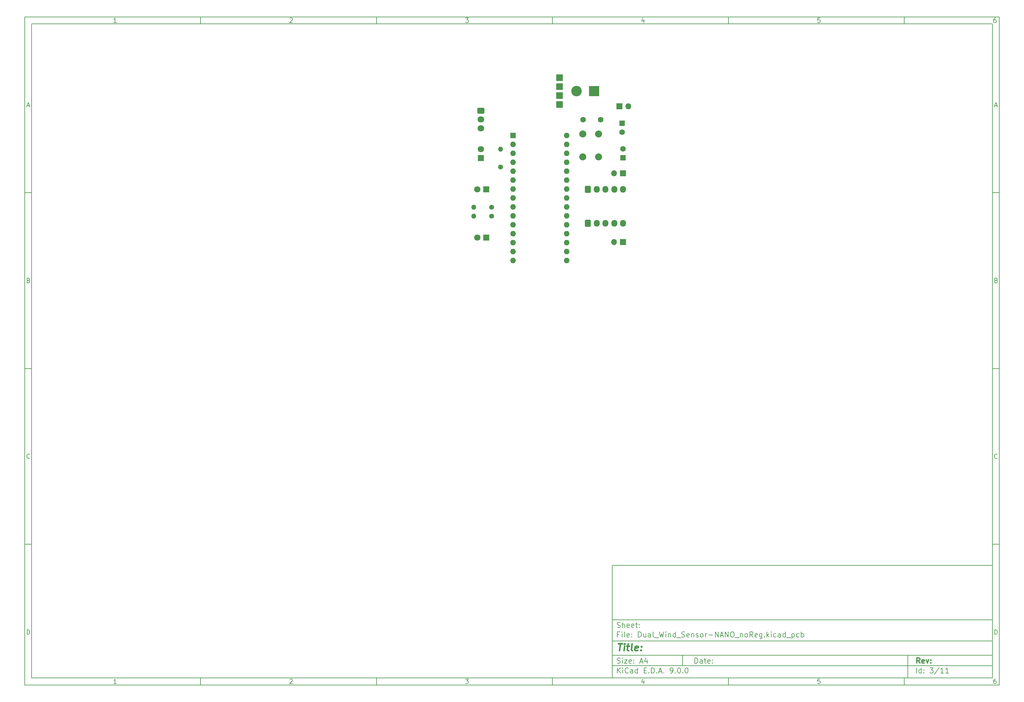
<source format=gbr>
%TF.GenerationSoftware,KiCad,Pcbnew,9.0.0*%
%TF.CreationDate,2025-05-27T12:16:38+03:00*%
%TF.ProjectId,Dual_Wind_Sensor-NANO_noReg,4475616c-5f57-4696-9e64-5f53656e736f,rev?*%
%TF.SameCoordinates,Original*%
%TF.FileFunction,Copper,L3,Inr*%
%TF.FilePolarity,Positive*%
%FSLAX46Y46*%
G04 Gerber Fmt 4.6, Leading zero omitted, Abs format (unit mm)*
G04 Created by KiCad (PCBNEW 9.0.0) date 2025-05-27 12:16:38*
%MOMM*%
%LPD*%
G01*
G04 APERTURE LIST*
G04 Aperture macros list*
%AMRoundRect*
0 Rectangle with rounded corners*
0 $1 Rounding radius*
0 $2 $3 $4 $5 $6 $7 $8 $9 X,Y pos of 4 corners*
0 Add a 4 corners polygon primitive as box body*
4,1,4,$2,$3,$4,$5,$6,$7,$8,$9,$2,$3,0*
0 Add four circle primitives for the rounded corners*
1,1,$1+$1,$2,$3*
1,1,$1+$1,$4,$5*
1,1,$1+$1,$6,$7*
1,1,$1+$1,$8,$9*
0 Add four rect primitives between the rounded corners*
20,1,$1+$1,$2,$3,$4,$5,0*
20,1,$1+$1,$4,$5,$6,$7,0*
20,1,$1+$1,$6,$7,$8,$9,0*
20,1,$1+$1,$8,$9,$2,$3,0*%
G04 Aperture macros list end*
%ADD10C,0.100000*%
%ADD11C,0.150000*%
%ADD12C,0.300000*%
%ADD13C,0.400000*%
%TA.AperFunction,ComponentPad*%
%ADD14R,1.930400X1.930400*%
%TD*%
%TA.AperFunction,ComponentPad*%
%ADD15O,1.700000X1.950000*%
%TD*%
%TA.AperFunction,ComponentPad*%
%ADD16RoundRect,0.250000X-0.600000X-0.725000X0.600000X-0.725000X0.600000X0.725000X-0.600000X0.725000X0*%
%TD*%
%TA.AperFunction,ComponentPad*%
%ADD17O,1.700000X1.700000*%
%TD*%
%TA.AperFunction,ComponentPad*%
%ADD18R,1.700000X1.700000*%
%TD*%
%TA.AperFunction,ComponentPad*%
%ADD19R,3.000000X3.000000*%
%TD*%
%TA.AperFunction,ComponentPad*%
%ADD20C,3.000000*%
%TD*%
%TA.AperFunction,ComponentPad*%
%ADD21C,2.000000*%
%TD*%
%TA.AperFunction,ComponentPad*%
%ADD22O,1.400000X1.400000*%
%TD*%
%TA.AperFunction,ComponentPad*%
%ADD23C,1.400000*%
%TD*%
%TA.AperFunction,ComponentPad*%
%ADD24O,1.600000X1.600000*%
%TD*%
%TA.AperFunction,ComponentPad*%
%ADD25R,1.600000X1.600000*%
%TD*%
%TA.AperFunction,ComponentPad*%
%ADD26R,1.800000X1.800000*%
%TD*%
%TA.AperFunction,ComponentPad*%
%ADD27C,1.800000*%
%TD*%
%TA.AperFunction,ComponentPad*%
%ADD28C,1.600000*%
%TD*%
%TA.AperFunction,ComponentPad*%
%ADD29RoundRect,0.250000X-0.725000X0.600000X-0.725000X-0.600000X0.725000X-0.600000X0.725000X0.600000X0*%
%TD*%
%TA.AperFunction,ComponentPad*%
%ADD30O,1.950000X1.700000*%
%TD*%
G04 APERTURE END LIST*
D10*
D11*
X177002200Y-166007200D02*
X285002200Y-166007200D01*
X285002200Y-198007200D01*
X177002200Y-198007200D01*
X177002200Y-166007200D01*
D10*
D11*
X10000000Y-10000000D02*
X287002200Y-10000000D01*
X287002200Y-200007200D01*
X10000000Y-200007200D01*
X10000000Y-10000000D01*
D10*
D11*
X12000000Y-12000000D02*
X285002200Y-12000000D01*
X285002200Y-198007200D01*
X12000000Y-198007200D01*
X12000000Y-12000000D01*
D10*
D11*
X60000000Y-12000000D02*
X60000000Y-10000000D01*
D10*
D11*
X110000000Y-12000000D02*
X110000000Y-10000000D01*
D10*
D11*
X160000000Y-12000000D02*
X160000000Y-10000000D01*
D10*
D11*
X210000000Y-12000000D02*
X210000000Y-10000000D01*
D10*
D11*
X260000000Y-12000000D02*
X260000000Y-10000000D01*
D10*
D11*
X36089160Y-11593604D02*
X35346303Y-11593604D01*
X35717731Y-11593604D02*
X35717731Y-10293604D01*
X35717731Y-10293604D02*
X35593922Y-10479319D01*
X35593922Y-10479319D02*
X35470112Y-10603128D01*
X35470112Y-10603128D02*
X35346303Y-10665033D01*
D10*
D11*
X85346303Y-10417414D02*
X85408207Y-10355509D01*
X85408207Y-10355509D02*
X85532017Y-10293604D01*
X85532017Y-10293604D02*
X85841541Y-10293604D01*
X85841541Y-10293604D02*
X85965350Y-10355509D01*
X85965350Y-10355509D02*
X86027255Y-10417414D01*
X86027255Y-10417414D02*
X86089160Y-10541223D01*
X86089160Y-10541223D02*
X86089160Y-10665033D01*
X86089160Y-10665033D02*
X86027255Y-10850747D01*
X86027255Y-10850747D02*
X85284398Y-11593604D01*
X85284398Y-11593604D02*
X86089160Y-11593604D01*
D10*
D11*
X135284398Y-10293604D02*
X136089160Y-10293604D01*
X136089160Y-10293604D02*
X135655826Y-10788842D01*
X135655826Y-10788842D02*
X135841541Y-10788842D01*
X135841541Y-10788842D02*
X135965350Y-10850747D01*
X135965350Y-10850747D02*
X136027255Y-10912652D01*
X136027255Y-10912652D02*
X136089160Y-11036461D01*
X136089160Y-11036461D02*
X136089160Y-11345985D01*
X136089160Y-11345985D02*
X136027255Y-11469795D01*
X136027255Y-11469795D02*
X135965350Y-11531700D01*
X135965350Y-11531700D02*
X135841541Y-11593604D01*
X135841541Y-11593604D02*
X135470112Y-11593604D01*
X135470112Y-11593604D02*
X135346303Y-11531700D01*
X135346303Y-11531700D02*
X135284398Y-11469795D01*
D10*
D11*
X185965350Y-10726938D02*
X185965350Y-11593604D01*
X185655826Y-10231700D02*
X185346303Y-11160271D01*
X185346303Y-11160271D02*
X186151064Y-11160271D01*
D10*
D11*
X236027255Y-10293604D02*
X235408207Y-10293604D01*
X235408207Y-10293604D02*
X235346303Y-10912652D01*
X235346303Y-10912652D02*
X235408207Y-10850747D01*
X235408207Y-10850747D02*
X235532017Y-10788842D01*
X235532017Y-10788842D02*
X235841541Y-10788842D01*
X235841541Y-10788842D02*
X235965350Y-10850747D01*
X235965350Y-10850747D02*
X236027255Y-10912652D01*
X236027255Y-10912652D02*
X236089160Y-11036461D01*
X236089160Y-11036461D02*
X236089160Y-11345985D01*
X236089160Y-11345985D02*
X236027255Y-11469795D01*
X236027255Y-11469795D02*
X235965350Y-11531700D01*
X235965350Y-11531700D02*
X235841541Y-11593604D01*
X235841541Y-11593604D02*
X235532017Y-11593604D01*
X235532017Y-11593604D02*
X235408207Y-11531700D01*
X235408207Y-11531700D02*
X235346303Y-11469795D01*
D10*
D11*
X285965350Y-10293604D02*
X285717731Y-10293604D01*
X285717731Y-10293604D02*
X285593922Y-10355509D01*
X285593922Y-10355509D02*
X285532017Y-10417414D01*
X285532017Y-10417414D02*
X285408207Y-10603128D01*
X285408207Y-10603128D02*
X285346303Y-10850747D01*
X285346303Y-10850747D02*
X285346303Y-11345985D01*
X285346303Y-11345985D02*
X285408207Y-11469795D01*
X285408207Y-11469795D02*
X285470112Y-11531700D01*
X285470112Y-11531700D02*
X285593922Y-11593604D01*
X285593922Y-11593604D02*
X285841541Y-11593604D01*
X285841541Y-11593604D02*
X285965350Y-11531700D01*
X285965350Y-11531700D02*
X286027255Y-11469795D01*
X286027255Y-11469795D02*
X286089160Y-11345985D01*
X286089160Y-11345985D02*
X286089160Y-11036461D01*
X286089160Y-11036461D02*
X286027255Y-10912652D01*
X286027255Y-10912652D02*
X285965350Y-10850747D01*
X285965350Y-10850747D02*
X285841541Y-10788842D01*
X285841541Y-10788842D02*
X285593922Y-10788842D01*
X285593922Y-10788842D02*
X285470112Y-10850747D01*
X285470112Y-10850747D02*
X285408207Y-10912652D01*
X285408207Y-10912652D02*
X285346303Y-11036461D01*
D10*
D11*
X60000000Y-198007200D02*
X60000000Y-200007200D01*
D10*
D11*
X110000000Y-198007200D02*
X110000000Y-200007200D01*
D10*
D11*
X160000000Y-198007200D02*
X160000000Y-200007200D01*
D10*
D11*
X210000000Y-198007200D02*
X210000000Y-200007200D01*
D10*
D11*
X260000000Y-198007200D02*
X260000000Y-200007200D01*
D10*
D11*
X36089160Y-199600804D02*
X35346303Y-199600804D01*
X35717731Y-199600804D02*
X35717731Y-198300804D01*
X35717731Y-198300804D02*
X35593922Y-198486519D01*
X35593922Y-198486519D02*
X35470112Y-198610328D01*
X35470112Y-198610328D02*
X35346303Y-198672233D01*
D10*
D11*
X85346303Y-198424614D02*
X85408207Y-198362709D01*
X85408207Y-198362709D02*
X85532017Y-198300804D01*
X85532017Y-198300804D02*
X85841541Y-198300804D01*
X85841541Y-198300804D02*
X85965350Y-198362709D01*
X85965350Y-198362709D02*
X86027255Y-198424614D01*
X86027255Y-198424614D02*
X86089160Y-198548423D01*
X86089160Y-198548423D02*
X86089160Y-198672233D01*
X86089160Y-198672233D02*
X86027255Y-198857947D01*
X86027255Y-198857947D02*
X85284398Y-199600804D01*
X85284398Y-199600804D02*
X86089160Y-199600804D01*
D10*
D11*
X135284398Y-198300804D02*
X136089160Y-198300804D01*
X136089160Y-198300804D02*
X135655826Y-198796042D01*
X135655826Y-198796042D02*
X135841541Y-198796042D01*
X135841541Y-198796042D02*
X135965350Y-198857947D01*
X135965350Y-198857947D02*
X136027255Y-198919852D01*
X136027255Y-198919852D02*
X136089160Y-199043661D01*
X136089160Y-199043661D02*
X136089160Y-199353185D01*
X136089160Y-199353185D02*
X136027255Y-199476995D01*
X136027255Y-199476995D02*
X135965350Y-199538900D01*
X135965350Y-199538900D02*
X135841541Y-199600804D01*
X135841541Y-199600804D02*
X135470112Y-199600804D01*
X135470112Y-199600804D02*
X135346303Y-199538900D01*
X135346303Y-199538900D02*
X135284398Y-199476995D01*
D10*
D11*
X185965350Y-198734138D02*
X185965350Y-199600804D01*
X185655826Y-198238900D02*
X185346303Y-199167471D01*
X185346303Y-199167471D02*
X186151064Y-199167471D01*
D10*
D11*
X236027255Y-198300804D02*
X235408207Y-198300804D01*
X235408207Y-198300804D02*
X235346303Y-198919852D01*
X235346303Y-198919852D02*
X235408207Y-198857947D01*
X235408207Y-198857947D02*
X235532017Y-198796042D01*
X235532017Y-198796042D02*
X235841541Y-198796042D01*
X235841541Y-198796042D02*
X235965350Y-198857947D01*
X235965350Y-198857947D02*
X236027255Y-198919852D01*
X236027255Y-198919852D02*
X236089160Y-199043661D01*
X236089160Y-199043661D02*
X236089160Y-199353185D01*
X236089160Y-199353185D02*
X236027255Y-199476995D01*
X236027255Y-199476995D02*
X235965350Y-199538900D01*
X235965350Y-199538900D02*
X235841541Y-199600804D01*
X235841541Y-199600804D02*
X235532017Y-199600804D01*
X235532017Y-199600804D02*
X235408207Y-199538900D01*
X235408207Y-199538900D02*
X235346303Y-199476995D01*
D10*
D11*
X285965350Y-198300804D02*
X285717731Y-198300804D01*
X285717731Y-198300804D02*
X285593922Y-198362709D01*
X285593922Y-198362709D02*
X285532017Y-198424614D01*
X285532017Y-198424614D02*
X285408207Y-198610328D01*
X285408207Y-198610328D02*
X285346303Y-198857947D01*
X285346303Y-198857947D02*
X285346303Y-199353185D01*
X285346303Y-199353185D02*
X285408207Y-199476995D01*
X285408207Y-199476995D02*
X285470112Y-199538900D01*
X285470112Y-199538900D02*
X285593922Y-199600804D01*
X285593922Y-199600804D02*
X285841541Y-199600804D01*
X285841541Y-199600804D02*
X285965350Y-199538900D01*
X285965350Y-199538900D02*
X286027255Y-199476995D01*
X286027255Y-199476995D02*
X286089160Y-199353185D01*
X286089160Y-199353185D02*
X286089160Y-199043661D01*
X286089160Y-199043661D02*
X286027255Y-198919852D01*
X286027255Y-198919852D02*
X285965350Y-198857947D01*
X285965350Y-198857947D02*
X285841541Y-198796042D01*
X285841541Y-198796042D02*
X285593922Y-198796042D01*
X285593922Y-198796042D02*
X285470112Y-198857947D01*
X285470112Y-198857947D02*
X285408207Y-198919852D01*
X285408207Y-198919852D02*
X285346303Y-199043661D01*
D10*
D11*
X10000000Y-60000000D02*
X12000000Y-60000000D01*
D10*
D11*
X10000000Y-110000000D02*
X12000000Y-110000000D01*
D10*
D11*
X10000000Y-160000000D02*
X12000000Y-160000000D01*
D10*
D11*
X10690476Y-35222176D02*
X11309523Y-35222176D01*
X10566666Y-35593604D02*
X10999999Y-34293604D01*
X10999999Y-34293604D02*
X11433333Y-35593604D01*
D10*
D11*
X11092857Y-84912652D02*
X11278571Y-84974557D01*
X11278571Y-84974557D02*
X11340476Y-85036461D01*
X11340476Y-85036461D02*
X11402380Y-85160271D01*
X11402380Y-85160271D02*
X11402380Y-85345985D01*
X11402380Y-85345985D02*
X11340476Y-85469795D01*
X11340476Y-85469795D02*
X11278571Y-85531700D01*
X11278571Y-85531700D02*
X11154761Y-85593604D01*
X11154761Y-85593604D02*
X10659523Y-85593604D01*
X10659523Y-85593604D02*
X10659523Y-84293604D01*
X10659523Y-84293604D02*
X11092857Y-84293604D01*
X11092857Y-84293604D02*
X11216666Y-84355509D01*
X11216666Y-84355509D02*
X11278571Y-84417414D01*
X11278571Y-84417414D02*
X11340476Y-84541223D01*
X11340476Y-84541223D02*
X11340476Y-84665033D01*
X11340476Y-84665033D02*
X11278571Y-84788842D01*
X11278571Y-84788842D02*
X11216666Y-84850747D01*
X11216666Y-84850747D02*
X11092857Y-84912652D01*
X11092857Y-84912652D02*
X10659523Y-84912652D01*
D10*
D11*
X11402380Y-135469795D02*
X11340476Y-135531700D01*
X11340476Y-135531700D02*
X11154761Y-135593604D01*
X11154761Y-135593604D02*
X11030952Y-135593604D01*
X11030952Y-135593604D02*
X10845238Y-135531700D01*
X10845238Y-135531700D02*
X10721428Y-135407890D01*
X10721428Y-135407890D02*
X10659523Y-135284080D01*
X10659523Y-135284080D02*
X10597619Y-135036461D01*
X10597619Y-135036461D02*
X10597619Y-134850747D01*
X10597619Y-134850747D02*
X10659523Y-134603128D01*
X10659523Y-134603128D02*
X10721428Y-134479319D01*
X10721428Y-134479319D02*
X10845238Y-134355509D01*
X10845238Y-134355509D02*
X11030952Y-134293604D01*
X11030952Y-134293604D02*
X11154761Y-134293604D01*
X11154761Y-134293604D02*
X11340476Y-134355509D01*
X11340476Y-134355509D02*
X11402380Y-134417414D01*
D10*
D11*
X10659523Y-185593604D02*
X10659523Y-184293604D01*
X10659523Y-184293604D02*
X10969047Y-184293604D01*
X10969047Y-184293604D02*
X11154761Y-184355509D01*
X11154761Y-184355509D02*
X11278571Y-184479319D01*
X11278571Y-184479319D02*
X11340476Y-184603128D01*
X11340476Y-184603128D02*
X11402380Y-184850747D01*
X11402380Y-184850747D02*
X11402380Y-185036461D01*
X11402380Y-185036461D02*
X11340476Y-185284080D01*
X11340476Y-185284080D02*
X11278571Y-185407890D01*
X11278571Y-185407890D02*
X11154761Y-185531700D01*
X11154761Y-185531700D02*
X10969047Y-185593604D01*
X10969047Y-185593604D02*
X10659523Y-185593604D01*
D10*
D11*
X287002200Y-60000000D02*
X285002200Y-60000000D01*
D10*
D11*
X287002200Y-110000000D02*
X285002200Y-110000000D01*
D10*
D11*
X287002200Y-160000000D02*
X285002200Y-160000000D01*
D10*
D11*
X285692676Y-35222176D02*
X286311723Y-35222176D01*
X285568866Y-35593604D02*
X286002199Y-34293604D01*
X286002199Y-34293604D02*
X286435533Y-35593604D01*
D10*
D11*
X286095057Y-84912652D02*
X286280771Y-84974557D01*
X286280771Y-84974557D02*
X286342676Y-85036461D01*
X286342676Y-85036461D02*
X286404580Y-85160271D01*
X286404580Y-85160271D02*
X286404580Y-85345985D01*
X286404580Y-85345985D02*
X286342676Y-85469795D01*
X286342676Y-85469795D02*
X286280771Y-85531700D01*
X286280771Y-85531700D02*
X286156961Y-85593604D01*
X286156961Y-85593604D02*
X285661723Y-85593604D01*
X285661723Y-85593604D02*
X285661723Y-84293604D01*
X285661723Y-84293604D02*
X286095057Y-84293604D01*
X286095057Y-84293604D02*
X286218866Y-84355509D01*
X286218866Y-84355509D02*
X286280771Y-84417414D01*
X286280771Y-84417414D02*
X286342676Y-84541223D01*
X286342676Y-84541223D02*
X286342676Y-84665033D01*
X286342676Y-84665033D02*
X286280771Y-84788842D01*
X286280771Y-84788842D02*
X286218866Y-84850747D01*
X286218866Y-84850747D02*
X286095057Y-84912652D01*
X286095057Y-84912652D02*
X285661723Y-84912652D01*
D10*
D11*
X286404580Y-135469795D02*
X286342676Y-135531700D01*
X286342676Y-135531700D02*
X286156961Y-135593604D01*
X286156961Y-135593604D02*
X286033152Y-135593604D01*
X286033152Y-135593604D02*
X285847438Y-135531700D01*
X285847438Y-135531700D02*
X285723628Y-135407890D01*
X285723628Y-135407890D02*
X285661723Y-135284080D01*
X285661723Y-135284080D02*
X285599819Y-135036461D01*
X285599819Y-135036461D02*
X285599819Y-134850747D01*
X285599819Y-134850747D02*
X285661723Y-134603128D01*
X285661723Y-134603128D02*
X285723628Y-134479319D01*
X285723628Y-134479319D02*
X285847438Y-134355509D01*
X285847438Y-134355509D02*
X286033152Y-134293604D01*
X286033152Y-134293604D02*
X286156961Y-134293604D01*
X286156961Y-134293604D02*
X286342676Y-134355509D01*
X286342676Y-134355509D02*
X286404580Y-134417414D01*
D10*
D11*
X285661723Y-185593604D02*
X285661723Y-184293604D01*
X285661723Y-184293604D02*
X285971247Y-184293604D01*
X285971247Y-184293604D02*
X286156961Y-184355509D01*
X286156961Y-184355509D02*
X286280771Y-184479319D01*
X286280771Y-184479319D02*
X286342676Y-184603128D01*
X286342676Y-184603128D02*
X286404580Y-184850747D01*
X286404580Y-184850747D02*
X286404580Y-185036461D01*
X286404580Y-185036461D02*
X286342676Y-185284080D01*
X286342676Y-185284080D02*
X286280771Y-185407890D01*
X286280771Y-185407890D02*
X286156961Y-185531700D01*
X286156961Y-185531700D02*
X285971247Y-185593604D01*
X285971247Y-185593604D02*
X285661723Y-185593604D01*
D10*
D11*
X200458026Y-193793328D02*
X200458026Y-192293328D01*
X200458026Y-192293328D02*
X200815169Y-192293328D01*
X200815169Y-192293328D02*
X201029455Y-192364757D01*
X201029455Y-192364757D02*
X201172312Y-192507614D01*
X201172312Y-192507614D02*
X201243741Y-192650471D01*
X201243741Y-192650471D02*
X201315169Y-192936185D01*
X201315169Y-192936185D02*
X201315169Y-193150471D01*
X201315169Y-193150471D02*
X201243741Y-193436185D01*
X201243741Y-193436185D02*
X201172312Y-193579042D01*
X201172312Y-193579042D02*
X201029455Y-193721900D01*
X201029455Y-193721900D02*
X200815169Y-193793328D01*
X200815169Y-193793328D02*
X200458026Y-193793328D01*
X202600884Y-193793328D02*
X202600884Y-193007614D01*
X202600884Y-193007614D02*
X202529455Y-192864757D01*
X202529455Y-192864757D02*
X202386598Y-192793328D01*
X202386598Y-192793328D02*
X202100884Y-192793328D01*
X202100884Y-192793328D02*
X201958026Y-192864757D01*
X202600884Y-193721900D02*
X202458026Y-193793328D01*
X202458026Y-193793328D02*
X202100884Y-193793328D01*
X202100884Y-193793328D02*
X201958026Y-193721900D01*
X201958026Y-193721900D02*
X201886598Y-193579042D01*
X201886598Y-193579042D02*
X201886598Y-193436185D01*
X201886598Y-193436185D02*
X201958026Y-193293328D01*
X201958026Y-193293328D02*
X202100884Y-193221900D01*
X202100884Y-193221900D02*
X202458026Y-193221900D01*
X202458026Y-193221900D02*
X202600884Y-193150471D01*
X203100884Y-192793328D02*
X203672312Y-192793328D01*
X203315169Y-192293328D02*
X203315169Y-193579042D01*
X203315169Y-193579042D02*
X203386598Y-193721900D01*
X203386598Y-193721900D02*
X203529455Y-193793328D01*
X203529455Y-193793328D02*
X203672312Y-193793328D01*
X204743741Y-193721900D02*
X204600884Y-193793328D01*
X204600884Y-193793328D02*
X204315170Y-193793328D01*
X204315170Y-193793328D02*
X204172312Y-193721900D01*
X204172312Y-193721900D02*
X204100884Y-193579042D01*
X204100884Y-193579042D02*
X204100884Y-193007614D01*
X204100884Y-193007614D02*
X204172312Y-192864757D01*
X204172312Y-192864757D02*
X204315170Y-192793328D01*
X204315170Y-192793328D02*
X204600884Y-192793328D01*
X204600884Y-192793328D02*
X204743741Y-192864757D01*
X204743741Y-192864757D02*
X204815170Y-193007614D01*
X204815170Y-193007614D02*
X204815170Y-193150471D01*
X204815170Y-193150471D02*
X204100884Y-193293328D01*
X205458026Y-193650471D02*
X205529455Y-193721900D01*
X205529455Y-193721900D02*
X205458026Y-193793328D01*
X205458026Y-193793328D02*
X205386598Y-193721900D01*
X205386598Y-193721900D02*
X205458026Y-193650471D01*
X205458026Y-193650471D02*
X205458026Y-193793328D01*
X205458026Y-192864757D02*
X205529455Y-192936185D01*
X205529455Y-192936185D02*
X205458026Y-193007614D01*
X205458026Y-193007614D02*
X205386598Y-192936185D01*
X205386598Y-192936185D02*
X205458026Y-192864757D01*
X205458026Y-192864757D02*
X205458026Y-193007614D01*
D10*
D11*
X177002200Y-194507200D02*
X285002200Y-194507200D01*
D10*
D11*
X178458026Y-196593328D02*
X178458026Y-195093328D01*
X179315169Y-196593328D02*
X178672312Y-195736185D01*
X179315169Y-195093328D02*
X178458026Y-195950471D01*
X179958026Y-196593328D02*
X179958026Y-195593328D01*
X179958026Y-195093328D02*
X179886598Y-195164757D01*
X179886598Y-195164757D02*
X179958026Y-195236185D01*
X179958026Y-195236185D02*
X180029455Y-195164757D01*
X180029455Y-195164757D02*
X179958026Y-195093328D01*
X179958026Y-195093328D02*
X179958026Y-195236185D01*
X181529455Y-196450471D02*
X181458027Y-196521900D01*
X181458027Y-196521900D02*
X181243741Y-196593328D01*
X181243741Y-196593328D02*
X181100884Y-196593328D01*
X181100884Y-196593328D02*
X180886598Y-196521900D01*
X180886598Y-196521900D02*
X180743741Y-196379042D01*
X180743741Y-196379042D02*
X180672312Y-196236185D01*
X180672312Y-196236185D02*
X180600884Y-195950471D01*
X180600884Y-195950471D02*
X180600884Y-195736185D01*
X180600884Y-195736185D02*
X180672312Y-195450471D01*
X180672312Y-195450471D02*
X180743741Y-195307614D01*
X180743741Y-195307614D02*
X180886598Y-195164757D01*
X180886598Y-195164757D02*
X181100884Y-195093328D01*
X181100884Y-195093328D02*
X181243741Y-195093328D01*
X181243741Y-195093328D02*
X181458027Y-195164757D01*
X181458027Y-195164757D02*
X181529455Y-195236185D01*
X182815170Y-196593328D02*
X182815170Y-195807614D01*
X182815170Y-195807614D02*
X182743741Y-195664757D01*
X182743741Y-195664757D02*
X182600884Y-195593328D01*
X182600884Y-195593328D02*
X182315170Y-195593328D01*
X182315170Y-195593328D02*
X182172312Y-195664757D01*
X182815170Y-196521900D02*
X182672312Y-196593328D01*
X182672312Y-196593328D02*
X182315170Y-196593328D01*
X182315170Y-196593328D02*
X182172312Y-196521900D01*
X182172312Y-196521900D02*
X182100884Y-196379042D01*
X182100884Y-196379042D02*
X182100884Y-196236185D01*
X182100884Y-196236185D02*
X182172312Y-196093328D01*
X182172312Y-196093328D02*
X182315170Y-196021900D01*
X182315170Y-196021900D02*
X182672312Y-196021900D01*
X182672312Y-196021900D02*
X182815170Y-195950471D01*
X184172313Y-196593328D02*
X184172313Y-195093328D01*
X184172313Y-196521900D02*
X184029455Y-196593328D01*
X184029455Y-196593328D02*
X183743741Y-196593328D01*
X183743741Y-196593328D02*
X183600884Y-196521900D01*
X183600884Y-196521900D02*
X183529455Y-196450471D01*
X183529455Y-196450471D02*
X183458027Y-196307614D01*
X183458027Y-196307614D02*
X183458027Y-195879042D01*
X183458027Y-195879042D02*
X183529455Y-195736185D01*
X183529455Y-195736185D02*
X183600884Y-195664757D01*
X183600884Y-195664757D02*
X183743741Y-195593328D01*
X183743741Y-195593328D02*
X184029455Y-195593328D01*
X184029455Y-195593328D02*
X184172313Y-195664757D01*
X186029455Y-195807614D02*
X186529455Y-195807614D01*
X186743741Y-196593328D02*
X186029455Y-196593328D01*
X186029455Y-196593328D02*
X186029455Y-195093328D01*
X186029455Y-195093328D02*
X186743741Y-195093328D01*
X187386598Y-196450471D02*
X187458027Y-196521900D01*
X187458027Y-196521900D02*
X187386598Y-196593328D01*
X187386598Y-196593328D02*
X187315170Y-196521900D01*
X187315170Y-196521900D02*
X187386598Y-196450471D01*
X187386598Y-196450471D02*
X187386598Y-196593328D01*
X188100884Y-196593328D02*
X188100884Y-195093328D01*
X188100884Y-195093328D02*
X188458027Y-195093328D01*
X188458027Y-195093328D02*
X188672313Y-195164757D01*
X188672313Y-195164757D02*
X188815170Y-195307614D01*
X188815170Y-195307614D02*
X188886599Y-195450471D01*
X188886599Y-195450471D02*
X188958027Y-195736185D01*
X188958027Y-195736185D02*
X188958027Y-195950471D01*
X188958027Y-195950471D02*
X188886599Y-196236185D01*
X188886599Y-196236185D02*
X188815170Y-196379042D01*
X188815170Y-196379042D02*
X188672313Y-196521900D01*
X188672313Y-196521900D02*
X188458027Y-196593328D01*
X188458027Y-196593328D02*
X188100884Y-196593328D01*
X189600884Y-196450471D02*
X189672313Y-196521900D01*
X189672313Y-196521900D02*
X189600884Y-196593328D01*
X189600884Y-196593328D02*
X189529456Y-196521900D01*
X189529456Y-196521900D02*
X189600884Y-196450471D01*
X189600884Y-196450471D02*
X189600884Y-196593328D01*
X190243742Y-196164757D02*
X190958028Y-196164757D01*
X190100885Y-196593328D02*
X190600885Y-195093328D01*
X190600885Y-195093328D02*
X191100885Y-196593328D01*
X191600884Y-196450471D02*
X191672313Y-196521900D01*
X191672313Y-196521900D02*
X191600884Y-196593328D01*
X191600884Y-196593328D02*
X191529456Y-196521900D01*
X191529456Y-196521900D02*
X191600884Y-196450471D01*
X191600884Y-196450471D02*
X191600884Y-196593328D01*
X193529456Y-196593328D02*
X193815170Y-196593328D01*
X193815170Y-196593328D02*
X193958027Y-196521900D01*
X193958027Y-196521900D02*
X194029456Y-196450471D01*
X194029456Y-196450471D02*
X194172313Y-196236185D01*
X194172313Y-196236185D02*
X194243742Y-195950471D01*
X194243742Y-195950471D02*
X194243742Y-195379042D01*
X194243742Y-195379042D02*
X194172313Y-195236185D01*
X194172313Y-195236185D02*
X194100885Y-195164757D01*
X194100885Y-195164757D02*
X193958027Y-195093328D01*
X193958027Y-195093328D02*
X193672313Y-195093328D01*
X193672313Y-195093328D02*
X193529456Y-195164757D01*
X193529456Y-195164757D02*
X193458027Y-195236185D01*
X193458027Y-195236185D02*
X193386599Y-195379042D01*
X193386599Y-195379042D02*
X193386599Y-195736185D01*
X193386599Y-195736185D02*
X193458027Y-195879042D01*
X193458027Y-195879042D02*
X193529456Y-195950471D01*
X193529456Y-195950471D02*
X193672313Y-196021900D01*
X193672313Y-196021900D02*
X193958027Y-196021900D01*
X193958027Y-196021900D02*
X194100885Y-195950471D01*
X194100885Y-195950471D02*
X194172313Y-195879042D01*
X194172313Y-195879042D02*
X194243742Y-195736185D01*
X194886598Y-196450471D02*
X194958027Y-196521900D01*
X194958027Y-196521900D02*
X194886598Y-196593328D01*
X194886598Y-196593328D02*
X194815170Y-196521900D01*
X194815170Y-196521900D02*
X194886598Y-196450471D01*
X194886598Y-196450471D02*
X194886598Y-196593328D01*
X195886599Y-195093328D02*
X196029456Y-195093328D01*
X196029456Y-195093328D02*
X196172313Y-195164757D01*
X196172313Y-195164757D02*
X196243742Y-195236185D01*
X196243742Y-195236185D02*
X196315170Y-195379042D01*
X196315170Y-195379042D02*
X196386599Y-195664757D01*
X196386599Y-195664757D02*
X196386599Y-196021900D01*
X196386599Y-196021900D02*
X196315170Y-196307614D01*
X196315170Y-196307614D02*
X196243742Y-196450471D01*
X196243742Y-196450471D02*
X196172313Y-196521900D01*
X196172313Y-196521900D02*
X196029456Y-196593328D01*
X196029456Y-196593328D02*
X195886599Y-196593328D01*
X195886599Y-196593328D02*
X195743742Y-196521900D01*
X195743742Y-196521900D02*
X195672313Y-196450471D01*
X195672313Y-196450471D02*
X195600884Y-196307614D01*
X195600884Y-196307614D02*
X195529456Y-196021900D01*
X195529456Y-196021900D02*
X195529456Y-195664757D01*
X195529456Y-195664757D02*
X195600884Y-195379042D01*
X195600884Y-195379042D02*
X195672313Y-195236185D01*
X195672313Y-195236185D02*
X195743742Y-195164757D01*
X195743742Y-195164757D02*
X195886599Y-195093328D01*
X197029455Y-196450471D02*
X197100884Y-196521900D01*
X197100884Y-196521900D02*
X197029455Y-196593328D01*
X197029455Y-196593328D02*
X196958027Y-196521900D01*
X196958027Y-196521900D02*
X197029455Y-196450471D01*
X197029455Y-196450471D02*
X197029455Y-196593328D01*
X198029456Y-195093328D02*
X198172313Y-195093328D01*
X198172313Y-195093328D02*
X198315170Y-195164757D01*
X198315170Y-195164757D02*
X198386599Y-195236185D01*
X198386599Y-195236185D02*
X198458027Y-195379042D01*
X198458027Y-195379042D02*
X198529456Y-195664757D01*
X198529456Y-195664757D02*
X198529456Y-196021900D01*
X198529456Y-196021900D02*
X198458027Y-196307614D01*
X198458027Y-196307614D02*
X198386599Y-196450471D01*
X198386599Y-196450471D02*
X198315170Y-196521900D01*
X198315170Y-196521900D02*
X198172313Y-196593328D01*
X198172313Y-196593328D02*
X198029456Y-196593328D01*
X198029456Y-196593328D02*
X197886599Y-196521900D01*
X197886599Y-196521900D02*
X197815170Y-196450471D01*
X197815170Y-196450471D02*
X197743741Y-196307614D01*
X197743741Y-196307614D02*
X197672313Y-196021900D01*
X197672313Y-196021900D02*
X197672313Y-195664757D01*
X197672313Y-195664757D02*
X197743741Y-195379042D01*
X197743741Y-195379042D02*
X197815170Y-195236185D01*
X197815170Y-195236185D02*
X197886599Y-195164757D01*
X197886599Y-195164757D02*
X198029456Y-195093328D01*
D10*
D11*
X177002200Y-191507200D02*
X285002200Y-191507200D01*
D10*
D12*
X264413853Y-193785528D02*
X263913853Y-193071242D01*
X263556710Y-193785528D02*
X263556710Y-192285528D01*
X263556710Y-192285528D02*
X264128139Y-192285528D01*
X264128139Y-192285528D02*
X264270996Y-192356957D01*
X264270996Y-192356957D02*
X264342425Y-192428385D01*
X264342425Y-192428385D02*
X264413853Y-192571242D01*
X264413853Y-192571242D02*
X264413853Y-192785528D01*
X264413853Y-192785528D02*
X264342425Y-192928385D01*
X264342425Y-192928385D02*
X264270996Y-192999814D01*
X264270996Y-192999814D02*
X264128139Y-193071242D01*
X264128139Y-193071242D02*
X263556710Y-193071242D01*
X265628139Y-193714100D02*
X265485282Y-193785528D01*
X265485282Y-193785528D02*
X265199568Y-193785528D01*
X265199568Y-193785528D02*
X265056710Y-193714100D01*
X265056710Y-193714100D02*
X264985282Y-193571242D01*
X264985282Y-193571242D02*
X264985282Y-192999814D01*
X264985282Y-192999814D02*
X265056710Y-192856957D01*
X265056710Y-192856957D02*
X265199568Y-192785528D01*
X265199568Y-192785528D02*
X265485282Y-192785528D01*
X265485282Y-192785528D02*
X265628139Y-192856957D01*
X265628139Y-192856957D02*
X265699568Y-192999814D01*
X265699568Y-192999814D02*
X265699568Y-193142671D01*
X265699568Y-193142671D02*
X264985282Y-193285528D01*
X266199567Y-192785528D02*
X266556710Y-193785528D01*
X266556710Y-193785528D02*
X266913853Y-192785528D01*
X267485281Y-193642671D02*
X267556710Y-193714100D01*
X267556710Y-193714100D02*
X267485281Y-193785528D01*
X267485281Y-193785528D02*
X267413853Y-193714100D01*
X267413853Y-193714100D02*
X267485281Y-193642671D01*
X267485281Y-193642671D02*
X267485281Y-193785528D01*
X267485281Y-192856957D02*
X267556710Y-192928385D01*
X267556710Y-192928385D02*
X267485281Y-192999814D01*
X267485281Y-192999814D02*
X267413853Y-192928385D01*
X267413853Y-192928385D02*
X267485281Y-192856957D01*
X267485281Y-192856957D02*
X267485281Y-192999814D01*
D10*
D11*
X178386598Y-193721900D02*
X178600884Y-193793328D01*
X178600884Y-193793328D02*
X178958026Y-193793328D01*
X178958026Y-193793328D02*
X179100884Y-193721900D01*
X179100884Y-193721900D02*
X179172312Y-193650471D01*
X179172312Y-193650471D02*
X179243741Y-193507614D01*
X179243741Y-193507614D02*
X179243741Y-193364757D01*
X179243741Y-193364757D02*
X179172312Y-193221900D01*
X179172312Y-193221900D02*
X179100884Y-193150471D01*
X179100884Y-193150471D02*
X178958026Y-193079042D01*
X178958026Y-193079042D02*
X178672312Y-193007614D01*
X178672312Y-193007614D02*
X178529455Y-192936185D01*
X178529455Y-192936185D02*
X178458026Y-192864757D01*
X178458026Y-192864757D02*
X178386598Y-192721900D01*
X178386598Y-192721900D02*
X178386598Y-192579042D01*
X178386598Y-192579042D02*
X178458026Y-192436185D01*
X178458026Y-192436185D02*
X178529455Y-192364757D01*
X178529455Y-192364757D02*
X178672312Y-192293328D01*
X178672312Y-192293328D02*
X179029455Y-192293328D01*
X179029455Y-192293328D02*
X179243741Y-192364757D01*
X179886597Y-193793328D02*
X179886597Y-192793328D01*
X179886597Y-192293328D02*
X179815169Y-192364757D01*
X179815169Y-192364757D02*
X179886597Y-192436185D01*
X179886597Y-192436185D02*
X179958026Y-192364757D01*
X179958026Y-192364757D02*
X179886597Y-192293328D01*
X179886597Y-192293328D02*
X179886597Y-192436185D01*
X180458026Y-192793328D02*
X181243741Y-192793328D01*
X181243741Y-192793328D02*
X180458026Y-193793328D01*
X180458026Y-193793328D02*
X181243741Y-193793328D01*
X182386598Y-193721900D02*
X182243741Y-193793328D01*
X182243741Y-193793328D02*
X181958027Y-193793328D01*
X181958027Y-193793328D02*
X181815169Y-193721900D01*
X181815169Y-193721900D02*
X181743741Y-193579042D01*
X181743741Y-193579042D02*
X181743741Y-193007614D01*
X181743741Y-193007614D02*
X181815169Y-192864757D01*
X181815169Y-192864757D02*
X181958027Y-192793328D01*
X181958027Y-192793328D02*
X182243741Y-192793328D01*
X182243741Y-192793328D02*
X182386598Y-192864757D01*
X182386598Y-192864757D02*
X182458027Y-193007614D01*
X182458027Y-193007614D02*
X182458027Y-193150471D01*
X182458027Y-193150471D02*
X181743741Y-193293328D01*
X183100883Y-193650471D02*
X183172312Y-193721900D01*
X183172312Y-193721900D02*
X183100883Y-193793328D01*
X183100883Y-193793328D02*
X183029455Y-193721900D01*
X183029455Y-193721900D02*
X183100883Y-193650471D01*
X183100883Y-193650471D02*
X183100883Y-193793328D01*
X183100883Y-192864757D02*
X183172312Y-192936185D01*
X183172312Y-192936185D02*
X183100883Y-193007614D01*
X183100883Y-193007614D02*
X183029455Y-192936185D01*
X183029455Y-192936185D02*
X183100883Y-192864757D01*
X183100883Y-192864757D02*
X183100883Y-193007614D01*
X184886598Y-193364757D02*
X185600884Y-193364757D01*
X184743741Y-193793328D02*
X185243741Y-192293328D01*
X185243741Y-192293328D02*
X185743741Y-193793328D01*
X186886598Y-192793328D02*
X186886598Y-193793328D01*
X186529455Y-192221900D02*
X186172312Y-193293328D01*
X186172312Y-193293328D02*
X187100883Y-193293328D01*
D10*
D11*
X263458026Y-196593328D02*
X263458026Y-195093328D01*
X264815170Y-196593328D02*
X264815170Y-195093328D01*
X264815170Y-196521900D02*
X264672312Y-196593328D01*
X264672312Y-196593328D02*
X264386598Y-196593328D01*
X264386598Y-196593328D02*
X264243741Y-196521900D01*
X264243741Y-196521900D02*
X264172312Y-196450471D01*
X264172312Y-196450471D02*
X264100884Y-196307614D01*
X264100884Y-196307614D02*
X264100884Y-195879042D01*
X264100884Y-195879042D02*
X264172312Y-195736185D01*
X264172312Y-195736185D02*
X264243741Y-195664757D01*
X264243741Y-195664757D02*
X264386598Y-195593328D01*
X264386598Y-195593328D02*
X264672312Y-195593328D01*
X264672312Y-195593328D02*
X264815170Y-195664757D01*
X265529455Y-196450471D02*
X265600884Y-196521900D01*
X265600884Y-196521900D02*
X265529455Y-196593328D01*
X265529455Y-196593328D02*
X265458027Y-196521900D01*
X265458027Y-196521900D02*
X265529455Y-196450471D01*
X265529455Y-196450471D02*
X265529455Y-196593328D01*
X265529455Y-195664757D02*
X265600884Y-195736185D01*
X265600884Y-195736185D02*
X265529455Y-195807614D01*
X265529455Y-195807614D02*
X265458027Y-195736185D01*
X265458027Y-195736185D02*
X265529455Y-195664757D01*
X265529455Y-195664757D02*
X265529455Y-195807614D01*
X267243741Y-195093328D02*
X268172313Y-195093328D01*
X268172313Y-195093328D02*
X267672313Y-195664757D01*
X267672313Y-195664757D02*
X267886598Y-195664757D01*
X267886598Y-195664757D02*
X268029456Y-195736185D01*
X268029456Y-195736185D02*
X268100884Y-195807614D01*
X268100884Y-195807614D02*
X268172313Y-195950471D01*
X268172313Y-195950471D02*
X268172313Y-196307614D01*
X268172313Y-196307614D02*
X268100884Y-196450471D01*
X268100884Y-196450471D02*
X268029456Y-196521900D01*
X268029456Y-196521900D02*
X267886598Y-196593328D01*
X267886598Y-196593328D02*
X267458027Y-196593328D01*
X267458027Y-196593328D02*
X267315170Y-196521900D01*
X267315170Y-196521900D02*
X267243741Y-196450471D01*
X269886598Y-195021900D02*
X268600884Y-196950471D01*
X271172313Y-196593328D02*
X270315170Y-196593328D01*
X270743741Y-196593328D02*
X270743741Y-195093328D01*
X270743741Y-195093328D02*
X270600884Y-195307614D01*
X270600884Y-195307614D02*
X270458027Y-195450471D01*
X270458027Y-195450471D02*
X270315170Y-195521900D01*
X272600884Y-196593328D02*
X271743741Y-196593328D01*
X272172312Y-196593328D02*
X272172312Y-195093328D01*
X272172312Y-195093328D02*
X272029455Y-195307614D01*
X272029455Y-195307614D02*
X271886598Y-195450471D01*
X271886598Y-195450471D02*
X271743741Y-195521900D01*
D10*
D11*
X177002200Y-187507200D02*
X285002200Y-187507200D01*
D10*
D13*
X178693928Y-188211638D02*
X179836785Y-188211638D01*
X179015357Y-190211638D02*
X179265357Y-188211638D01*
X180253452Y-190211638D02*
X180420119Y-188878304D01*
X180503452Y-188211638D02*
X180396309Y-188306876D01*
X180396309Y-188306876D02*
X180479643Y-188402114D01*
X180479643Y-188402114D02*
X180586786Y-188306876D01*
X180586786Y-188306876D02*
X180503452Y-188211638D01*
X180503452Y-188211638D02*
X180479643Y-188402114D01*
X181086786Y-188878304D02*
X181848690Y-188878304D01*
X181455833Y-188211638D02*
X181241548Y-189925923D01*
X181241548Y-189925923D02*
X181312976Y-190116400D01*
X181312976Y-190116400D02*
X181491548Y-190211638D01*
X181491548Y-190211638D02*
X181682024Y-190211638D01*
X182634405Y-190211638D02*
X182455833Y-190116400D01*
X182455833Y-190116400D02*
X182384405Y-189925923D01*
X182384405Y-189925923D02*
X182598690Y-188211638D01*
X184170119Y-190116400D02*
X183967738Y-190211638D01*
X183967738Y-190211638D02*
X183586785Y-190211638D01*
X183586785Y-190211638D02*
X183408214Y-190116400D01*
X183408214Y-190116400D02*
X183336785Y-189925923D01*
X183336785Y-189925923D02*
X183432024Y-189164019D01*
X183432024Y-189164019D02*
X183551071Y-188973542D01*
X183551071Y-188973542D02*
X183753452Y-188878304D01*
X183753452Y-188878304D02*
X184134404Y-188878304D01*
X184134404Y-188878304D02*
X184312976Y-188973542D01*
X184312976Y-188973542D02*
X184384404Y-189164019D01*
X184384404Y-189164019D02*
X184360595Y-189354495D01*
X184360595Y-189354495D02*
X183384404Y-189544971D01*
X185134405Y-190021161D02*
X185217738Y-190116400D01*
X185217738Y-190116400D02*
X185110595Y-190211638D01*
X185110595Y-190211638D02*
X185027262Y-190116400D01*
X185027262Y-190116400D02*
X185134405Y-190021161D01*
X185134405Y-190021161D02*
X185110595Y-190211638D01*
X185265357Y-188973542D02*
X185348690Y-189068780D01*
X185348690Y-189068780D02*
X185241548Y-189164019D01*
X185241548Y-189164019D02*
X185158214Y-189068780D01*
X185158214Y-189068780D02*
X185265357Y-188973542D01*
X185265357Y-188973542D02*
X185241548Y-189164019D01*
D10*
D11*
X178958026Y-185607614D02*
X178458026Y-185607614D01*
X178458026Y-186393328D02*
X178458026Y-184893328D01*
X178458026Y-184893328D02*
X179172312Y-184893328D01*
X179743740Y-186393328D02*
X179743740Y-185393328D01*
X179743740Y-184893328D02*
X179672312Y-184964757D01*
X179672312Y-184964757D02*
X179743740Y-185036185D01*
X179743740Y-185036185D02*
X179815169Y-184964757D01*
X179815169Y-184964757D02*
X179743740Y-184893328D01*
X179743740Y-184893328D02*
X179743740Y-185036185D01*
X180672312Y-186393328D02*
X180529455Y-186321900D01*
X180529455Y-186321900D02*
X180458026Y-186179042D01*
X180458026Y-186179042D02*
X180458026Y-184893328D01*
X181815169Y-186321900D02*
X181672312Y-186393328D01*
X181672312Y-186393328D02*
X181386598Y-186393328D01*
X181386598Y-186393328D02*
X181243740Y-186321900D01*
X181243740Y-186321900D02*
X181172312Y-186179042D01*
X181172312Y-186179042D02*
X181172312Y-185607614D01*
X181172312Y-185607614D02*
X181243740Y-185464757D01*
X181243740Y-185464757D02*
X181386598Y-185393328D01*
X181386598Y-185393328D02*
X181672312Y-185393328D01*
X181672312Y-185393328D02*
X181815169Y-185464757D01*
X181815169Y-185464757D02*
X181886598Y-185607614D01*
X181886598Y-185607614D02*
X181886598Y-185750471D01*
X181886598Y-185750471D02*
X181172312Y-185893328D01*
X182529454Y-186250471D02*
X182600883Y-186321900D01*
X182600883Y-186321900D02*
X182529454Y-186393328D01*
X182529454Y-186393328D02*
X182458026Y-186321900D01*
X182458026Y-186321900D02*
X182529454Y-186250471D01*
X182529454Y-186250471D02*
X182529454Y-186393328D01*
X182529454Y-185464757D02*
X182600883Y-185536185D01*
X182600883Y-185536185D02*
X182529454Y-185607614D01*
X182529454Y-185607614D02*
X182458026Y-185536185D01*
X182458026Y-185536185D02*
X182529454Y-185464757D01*
X182529454Y-185464757D02*
X182529454Y-185607614D01*
X184386597Y-186393328D02*
X184386597Y-184893328D01*
X184386597Y-184893328D02*
X184743740Y-184893328D01*
X184743740Y-184893328D02*
X184958026Y-184964757D01*
X184958026Y-184964757D02*
X185100883Y-185107614D01*
X185100883Y-185107614D02*
X185172312Y-185250471D01*
X185172312Y-185250471D02*
X185243740Y-185536185D01*
X185243740Y-185536185D02*
X185243740Y-185750471D01*
X185243740Y-185750471D02*
X185172312Y-186036185D01*
X185172312Y-186036185D02*
X185100883Y-186179042D01*
X185100883Y-186179042D02*
X184958026Y-186321900D01*
X184958026Y-186321900D02*
X184743740Y-186393328D01*
X184743740Y-186393328D02*
X184386597Y-186393328D01*
X186529455Y-185393328D02*
X186529455Y-186393328D01*
X185886597Y-185393328D02*
X185886597Y-186179042D01*
X185886597Y-186179042D02*
X185958026Y-186321900D01*
X185958026Y-186321900D02*
X186100883Y-186393328D01*
X186100883Y-186393328D02*
X186315169Y-186393328D01*
X186315169Y-186393328D02*
X186458026Y-186321900D01*
X186458026Y-186321900D02*
X186529455Y-186250471D01*
X187886598Y-186393328D02*
X187886598Y-185607614D01*
X187886598Y-185607614D02*
X187815169Y-185464757D01*
X187815169Y-185464757D02*
X187672312Y-185393328D01*
X187672312Y-185393328D02*
X187386598Y-185393328D01*
X187386598Y-185393328D02*
X187243740Y-185464757D01*
X187886598Y-186321900D02*
X187743740Y-186393328D01*
X187743740Y-186393328D02*
X187386598Y-186393328D01*
X187386598Y-186393328D02*
X187243740Y-186321900D01*
X187243740Y-186321900D02*
X187172312Y-186179042D01*
X187172312Y-186179042D02*
X187172312Y-186036185D01*
X187172312Y-186036185D02*
X187243740Y-185893328D01*
X187243740Y-185893328D02*
X187386598Y-185821900D01*
X187386598Y-185821900D02*
X187743740Y-185821900D01*
X187743740Y-185821900D02*
X187886598Y-185750471D01*
X188815169Y-186393328D02*
X188672312Y-186321900D01*
X188672312Y-186321900D02*
X188600883Y-186179042D01*
X188600883Y-186179042D02*
X188600883Y-184893328D01*
X189029455Y-186536185D02*
X190172312Y-186536185D01*
X190386597Y-184893328D02*
X190743740Y-186393328D01*
X190743740Y-186393328D02*
X191029454Y-185321900D01*
X191029454Y-185321900D02*
X191315169Y-186393328D01*
X191315169Y-186393328D02*
X191672312Y-184893328D01*
X192243740Y-186393328D02*
X192243740Y-185393328D01*
X192243740Y-184893328D02*
X192172312Y-184964757D01*
X192172312Y-184964757D02*
X192243740Y-185036185D01*
X192243740Y-185036185D02*
X192315169Y-184964757D01*
X192315169Y-184964757D02*
X192243740Y-184893328D01*
X192243740Y-184893328D02*
X192243740Y-185036185D01*
X192958026Y-185393328D02*
X192958026Y-186393328D01*
X192958026Y-185536185D02*
X193029455Y-185464757D01*
X193029455Y-185464757D02*
X193172312Y-185393328D01*
X193172312Y-185393328D02*
X193386598Y-185393328D01*
X193386598Y-185393328D02*
X193529455Y-185464757D01*
X193529455Y-185464757D02*
X193600884Y-185607614D01*
X193600884Y-185607614D02*
X193600884Y-186393328D01*
X194958027Y-186393328D02*
X194958027Y-184893328D01*
X194958027Y-186321900D02*
X194815169Y-186393328D01*
X194815169Y-186393328D02*
X194529455Y-186393328D01*
X194529455Y-186393328D02*
X194386598Y-186321900D01*
X194386598Y-186321900D02*
X194315169Y-186250471D01*
X194315169Y-186250471D02*
X194243741Y-186107614D01*
X194243741Y-186107614D02*
X194243741Y-185679042D01*
X194243741Y-185679042D02*
X194315169Y-185536185D01*
X194315169Y-185536185D02*
X194386598Y-185464757D01*
X194386598Y-185464757D02*
X194529455Y-185393328D01*
X194529455Y-185393328D02*
X194815169Y-185393328D01*
X194815169Y-185393328D02*
X194958027Y-185464757D01*
X195315170Y-186536185D02*
X196458027Y-186536185D01*
X196743741Y-186321900D02*
X196958027Y-186393328D01*
X196958027Y-186393328D02*
X197315169Y-186393328D01*
X197315169Y-186393328D02*
X197458027Y-186321900D01*
X197458027Y-186321900D02*
X197529455Y-186250471D01*
X197529455Y-186250471D02*
X197600884Y-186107614D01*
X197600884Y-186107614D02*
X197600884Y-185964757D01*
X197600884Y-185964757D02*
X197529455Y-185821900D01*
X197529455Y-185821900D02*
X197458027Y-185750471D01*
X197458027Y-185750471D02*
X197315169Y-185679042D01*
X197315169Y-185679042D02*
X197029455Y-185607614D01*
X197029455Y-185607614D02*
X196886598Y-185536185D01*
X196886598Y-185536185D02*
X196815169Y-185464757D01*
X196815169Y-185464757D02*
X196743741Y-185321900D01*
X196743741Y-185321900D02*
X196743741Y-185179042D01*
X196743741Y-185179042D02*
X196815169Y-185036185D01*
X196815169Y-185036185D02*
X196886598Y-184964757D01*
X196886598Y-184964757D02*
X197029455Y-184893328D01*
X197029455Y-184893328D02*
X197386598Y-184893328D01*
X197386598Y-184893328D02*
X197600884Y-184964757D01*
X198815169Y-186321900D02*
X198672312Y-186393328D01*
X198672312Y-186393328D02*
X198386598Y-186393328D01*
X198386598Y-186393328D02*
X198243740Y-186321900D01*
X198243740Y-186321900D02*
X198172312Y-186179042D01*
X198172312Y-186179042D02*
X198172312Y-185607614D01*
X198172312Y-185607614D02*
X198243740Y-185464757D01*
X198243740Y-185464757D02*
X198386598Y-185393328D01*
X198386598Y-185393328D02*
X198672312Y-185393328D01*
X198672312Y-185393328D02*
X198815169Y-185464757D01*
X198815169Y-185464757D02*
X198886598Y-185607614D01*
X198886598Y-185607614D02*
X198886598Y-185750471D01*
X198886598Y-185750471D02*
X198172312Y-185893328D01*
X199529454Y-185393328D02*
X199529454Y-186393328D01*
X199529454Y-185536185D02*
X199600883Y-185464757D01*
X199600883Y-185464757D02*
X199743740Y-185393328D01*
X199743740Y-185393328D02*
X199958026Y-185393328D01*
X199958026Y-185393328D02*
X200100883Y-185464757D01*
X200100883Y-185464757D02*
X200172312Y-185607614D01*
X200172312Y-185607614D02*
X200172312Y-186393328D01*
X200815169Y-186321900D02*
X200958026Y-186393328D01*
X200958026Y-186393328D02*
X201243740Y-186393328D01*
X201243740Y-186393328D02*
X201386597Y-186321900D01*
X201386597Y-186321900D02*
X201458026Y-186179042D01*
X201458026Y-186179042D02*
X201458026Y-186107614D01*
X201458026Y-186107614D02*
X201386597Y-185964757D01*
X201386597Y-185964757D02*
X201243740Y-185893328D01*
X201243740Y-185893328D02*
X201029455Y-185893328D01*
X201029455Y-185893328D02*
X200886597Y-185821900D01*
X200886597Y-185821900D02*
X200815169Y-185679042D01*
X200815169Y-185679042D02*
X200815169Y-185607614D01*
X200815169Y-185607614D02*
X200886597Y-185464757D01*
X200886597Y-185464757D02*
X201029455Y-185393328D01*
X201029455Y-185393328D02*
X201243740Y-185393328D01*
X201243740Y-185393328D02*
X201386597Y-185464757D01*
X202315169Y-186393328D02*
X202172312Y-186321900D01*
X202172312Y-186321900D02*
X202100883Y-186250471D01*
X202100883Y-186250471D02*
X202029455Y-186107614D01*
X202029455Y-186107614D02*
X202029455Y-185679042D01*
X202029455Y-185679042D02*
X202100883Y-185536185D01*
X202100883Y-185536185D02*
X202172312Y-185464757D01*
X202172312Y-185464757D02*
X202315169Y-185393328D01*
X202315169Y-185393328D02*
X202529455Y-185393328D01*
X202529455Y-185393328D02*
X202672312Y-185464757D01*
X202672312Y-185464757D02*
X202743741Y-185536185D01*
X202743741Y-185536185D02*
X202815169Y-185679042D01*
X202815169Y-185679042D02*
X202815169Y-186107614D01*
X202815169Y-186107614D02*
X202743741Y-186250471D01*
X202743741Y-186250471D02*
X202672312Y-186321900D01*
X202672312Y-186321900D02*
X202529455Y-186393328D01*
X202529455Y-186393328D02*
X202315169Y-186393328D01*
X203458026Y-186393328D02*
X203458026Y-185393328D01*
X203458026Y-185679042D02*
X203529455Y-185536185D01*
X203529455Y-185536185D02*
X203600884Y-185464757D01*
X203600884Y-185464757D02*
X203743741Y-185393328D01*
X203743741Y-185393328D02*
X203886598Y-185393328D01*
X204386597Y-185821900D02*
X205529455Y-185821900D01*
X206243740Y-186393328D02*
X206243740Y-184893328D01*
X206243740Y-184893328D02*
X207100883Y-186393328D01*
X207100883Y-186393328D02*
X207100883Y-184893328D01*
X207743741Y-185964757D02*
X208458027Y-185964757D01*
X207600884Y-186393328D02*
X208100884Y-184893328D01*
X208100884Y-184893328D02*
X208600884Y-186393328D01*
X209100883Y-186393328D02*
X209100883Y-184893328D01*
X209100883Y-184893328D02*
X209958026Y-186393328D01*
X209958026Y-186393328D02*
X209958026Y-184893328D01*
X210958027Y-184893328D02*
X211243741Y-184893328D01*
X211243741Y-184893328D02*
X211386598Y-184964757D01*
X211386598Y-184964757D02*
X211529455Y-185107614D01*
X211529455Y-185107614D02*
X211600884Y-185393328D01*
X211600884Y-185393328D02*
X211600884Y-185893328D01*
X211600884Y-185893328D02*
X211529455Y-186179042D01*
X211529455Y-186179042D02*
X211386598Y-186321900D01*
X211386598Y-186321900D02*
X211243741Y-186393328D01*
X211243741Y-186393328D02*
X210958027Y-186393328D01*
X210958027Y-186393328D02*
X210815170Y-186321900D01*
X210815170Y-186321900D02*
X210672312Y-186179042D01*
X210672312Y-186179042D02*
X210600884Y-185893328D01*
X210600884Y-185893328D02*
X210600884Y-185393328D01*
X210600884Y-185393328D02*
X210672312Y-185107614D01*
X210672312Y-185107614D02*
X210815170Y-184964757D01*
X210815170Y-184964757D02*
X210958027Y-184893328D01*
X211886599Y-186536185D02*
X213029456Y-186536185D01*
X213386598Y-185393328D02*
X213386598Y-186393328D01*
X213386598Y-185536185D02*
X213458027Y-185464757D01*
X213458027Y-185464757D02*
X213600884Y-185393328D01*
X213600884Y-185393328D02*
X213815170Y-185393328D01*
X213815170Y-185393328D02*
X213958027Y-185464757D01*
X213958027Y-185464757D02*
X214029456Y-185607614D01*
X214029456Y-185607614D02*
X214029456Y-186393328D01*
X214958027Y-186393328D02*
X214815170Y-186321900D01*
X214815170Y-186321900D02*
X214743741Y-186250471D01*
X214743741Y-186250471D02*
X214672313Y-186107614D01*
X214672313Y-186107614D02*
X214672313Y-185679042D01*
X214672313Y-185679042D02*
X214743741Y-185536185D01*
X214743741Y-185536185D02*
X214815170Y-185464757D01*
X214815170Y-185464757D02*
X214958027Y-185393328D01*
X214958027Y-185393328D02*
X215172313Y-185393328D01*
X215172313Y-185393328D02*
X215315170Y-185464757D01*
X215315170Y-185464757D02*
X215386599Y-185536185D01*
X215386599Y-185536185D02*
X215458027Y-185679042D01*
X215458027Y-185679042D02*
X215458027Y-186107614D01*
X215458027Y-186107614D02*
X215386599Y-186250471D01*
X215386599Y-186250471D02*
X215315170Y-186321900D01*
X215315170Y-186321900D02*
X215172313Y-186393328D01*
X215172313Y-186393328D02*
X214958027Y-186393328D01*
X216958027Y-186393328D02*
X216458027Y-185679042D01*
X216100884Y-186393328D02*
X216100884Y-184893328D01*
X216100884Y-184893328D02*
X216672313Y-184893328D01*
X216672313Y-184893328D02*
X216815170Y-184964757D01*
X216815170Y-184964757D02*
X216886599Y-185036185D01*
X216886599Y-185036185D02*
X216958027Y-185179042D01*
X216958027Y-185179042D02*
X216958027Y-185393328D01*
X216958027Y-185393328D02*
X216886599Y-185536185D01*
X216886599Y-185536185D02*
X216815170Y-185607614D01*
X216815170Y-185607614D02*
X216672313Y-185679042D01*
X216672313Y-185679042D02*
X216100884Y-185679042D01*
X218172313Y-186321900D02*
X218029456Y-186393328D01*
X218029456Y-186393328D02*
X217743742Y-186393328D01*
X217743742Y-186393328D02*
X217600884Y-186321900D01*
X217600884Y-186321900D02*
X217529456Y-186179042D01*
X217529456Y-186179042D02*
X217529456Y-185607614D01*
X217529456Y-185607614D02*
X217600884Y-185464757D01*
X217600884Y-185464757D02*
X217743742Y-185393328D01*
X217743742Y-185393328D02*
X218029456Y-185393328D01*
X218029456Y-185393328D02*
X218172313Y-185464757D01*
X218172313Y-185464757D02*
X218243742Y-185607614D01*
X218243742Y-185607614D02*
X218243742Y-185750471D01*
X218243742Y-185750471D02*
X217529456Y-185893328D01*
X219529456Y-185393328D02*
X219529456Y-186607614D01*
X219529456Y-186607614D02*
X219458027Y-186750471D01*
X219458027Y-186750471D02*
X219386598Y-186821900D01*
X219386598Y-186821900D02*
X219243741Y-186893328D01*
X219243741Y-186893328D02*
X219029456Y-186893328D01*
X219029456Y-186893328D02*
X218886598Y-186821900D01*
X219529456Y-186321900D02*
X219386598Y-186393328D01*
X219386598Y-186393328D02*
X219100884Y-186393328D01*
X219100884Y-186393328D02*
X218958027Y-186321900D01*
X218958027Y-186321900D02*
X218886598Y-186250471D01*
X218886598Y-186250471D02*
X218815170Y-186107614D01*
X218815170Y-186107614D02*
X218815170Y-185679042D01*
X218815170Y-185679042D02*
X218886598Y-185536185D01*
X218886598Y-185536185D02*
X218958027Y-185464757D01*
X218958027Y-185464757D02*
X219100884Y-185393328D01*
X219100884Y-185393328D02*
X219386598Y-185393328D01*
X219386598Y-185393328D02*
X219529456Y-185464757D01*
X220243741Y-186250471D02*
X220315170Y-186321900D01*
X220315170Y-186321900D02*
X220243741Y-186393328D01*
X220243741Y-186393328D02*
X220172313Y-186321900D01*
X220172313Y-186321900D02*
X220243741Y-186250471D01*
X220243741Y-186250471D02*
X220243741Y-186393328D01*
X220958027Y-186393328D02*
X220958027Y-184893328D01*
X221100885Y-185821900D02*
X221529456Y-186393328D01*
X221529456Y-185393328D02*
X220958027Y-185964757D01*
X222172313Y-186393328D02*
X222172313Y-185393328D01*
X222172313Y-184893328D02*
X222100885Y-184964757D01*
X222100885Y-184964757D02*
X222172313Y-185036185D01*
X222172313Y-185036185D02*
X222243742Y-184964757D01*
X222243742Y-184964757D02*
X222172313Y-184893328D01*
X222172313Y-184893328D02*
X222172313Y-185036185D01*
X223529457Y-186321900D02*
X223386599Y-186393328D01*
X223386599Y-186393328D02*
X223100885Y-186393328D01*
X223100885Y-186393328D02*
X222958028Y-186321900D01*
X222958028Y-186321900D02*
X222886599Y-186250471D01*
X222886599Y-186250471D02*
X222815171Y-186107614D01*
X222815171Y-186107614D02*
X222815171Y-185679042D01*
X222815171Y-185679042D02*
X222886599Y-185536185D01*
X222886599Y-185536185D02*
X222958028Y-185464757D01*
X222958028Y-185464757D02*
X223100885Y-185393328D01*
X223100885Y-185393328D02*
X223386599Y-185393328D01*
X223386599Y-185393328D02*
X223529457Y-185464757D01*
X224815171Y-186393328D02*
X224815171Y-185607614D01*
X224815171Y-185607614D02*
X224743742Y-185464757D01*
X224743742Y-185464757D02*
X224600885Y-185393328D01*
X224600885Y-185393328D02*
X224315171Y-185393328D01*
X224315171Y-185393328D02*
X224172313Y-185464757D01*
X224815171Y-186321900D02*
X224672313Y-186393328D01*
X224672313Y-186393328D02*
X224315171Y-186393328D01*
X224315171Y-186393328D02*
X224172313Y-186321900D01*
X224172313Y-186321900D02*
X224100885Y-186179042D01*
X224100885Y-186179042D02*
X224100885Y-186036185D01*
X224100885Y-186036185D02*
X224172313Y-185893328D01*
X224172313Y-185893328D02*
X224315171Y-185821900D01*
X224315171Y-185821900D02*
X224672313Y-185821900D01*
X224672313Y-185821900D02*
X224815171Y-185750471D01*
X226172314Y-186393328D02*
X226172314Y-184893328D01*
X226172314Y-186321900D02*
X226029456Y-186393328D01*
X226029456Y-186393328D02*
X225743742Y-186393328D01*
X225743742Y-186393328D02*
X225600885Y-186321900D01*
X225600885Y-186321900D02*
X225529456Y-186250471D01*
X225529456Y-186250471D02*
X225458028Y-186107614D01*
X225458028Y-186107614D02*
X225458028Y-185679042D01*
X225458028Y-185679042D02*
X225529456Y-185536185D01*
X225529456Y-185536185D02*
X225600885Y-185464757D01*
X225600885Y-185464757D02*
X225743742Y-185393328D01*
X225743742Y-185393328D02*
X226029456Y-185393328D01*
X226029456Y-185393328D02*
X226172314Y-185464757D01*
X226529457Y-186536185D02*
X227672314Y-186536185D01*
X228029456Y-185393328D02*
X228029456Y-186893328D01*
X228029456Y-185464757D02*
X228172314Y-185393328D01*
X228172314Y-185393328D02*
X228458028Y-185393328D01*
X228458028Y-185393328D02*
X228600885Y-185464757D01*
X228600885Y-185464757D02*
X228672314Y-185536185D01*
X228672314Y-185536185D02*
X228743742Y-185679042D01*
X228743742Y-185679042D02*
X228743742Y-186107614D01*
X228743742Y-186107614D02*
X228672314Y-186250471D01*
X228672314Y-186250471D02*
X228600885Y-186321900D01*
X228600885Y-186321900D02*
X228458028Y-186393328D01*
X228458028Y-186393328D02*
X228172314Y-186393328D01*
X228172314Y-186393328D02*
X228029456Y-186321900D01*
X230029457Y-186321900D02*
X229886599Y-186393328D01*
X229886599Y-186393328D02*
X229600885Y-186393328D01*
X229600885Y-186393328D02*
X229458028Y-186321900D01*
X229458028Y-186321900D02*
X229386599Y-186250471D01*
X229386599Y-186250471D02*
X229315171Y-186107614D01*
X229315171Y-186107614D02*
X229315171Y-185679042D01*
X229315171Y-185679042D02*
X229386599Y-185536185D01*
X229386599Y-185536185D02*
X229458028Y-185464757D01*
X229458028Y-185464757D02*
X229600885Y-185393328D01*
X229600885Y-185393328D02*
X229886599Y-185393328D01*
X229886599Y-185393328D02*
X230029457Y-185464757D01*
X230672313Y-186393328D02*
X230672313Y-184893328D01*
X230672313Y-185464757D02*
X230815171Y-185393328D01*
X230815171Y-185393328D02*
X231100885Y-185393328D01*
X231100885Y-185393328D02*
X231243742Y-185464757D01*
X231243742Y-185464757D02*
X231315171Y-185536185D01*
X231315171Y-185536185D02*
X231386599Y-185679042D01*
X231386599Y-185679042D02*
X231386599Y-186107614D01*
X231386599Y-186107614D02*
X231315171Y-186250471D01*
X231315171Y-186250471D02*
X231243742Y-186321900D01*
X231243742Y-186321900D02*
X231100885Y-186393328D01*
X231100885Y-186393328D02*
X230815171Y-186393328D01*
X230815171Y-186393328D02*
X230672313Y-186321900D01*
D10*
D11*
X177002200Y-181507200D02*
X285002200Y-181507200D01*
D10*
D11*
X178386598Y-183621900D02*
X178600884Y-183693328D01*
X178600884Y-183693328D02*
X178958026Y-183693328D01*
X178958026Y-183693328D02*
X179100884Y-183621900D01*
X179100884Y-183621900D02*
X179172312Y-183550471D01*
X179172312Y-183550471D02*
X179243741Y-183407614D01*
X179243741Y-183407614D02*
X179243741Y-183264757D01*
X179243741Y-183264757D02*
X179172312Y-183121900D01*
X179172312Y-183121900D02*
X179100884Y-183050471D01*
X179100884Y-183050471D02*
X178958026Y-182979042D01*
X178958026Y-182979042D02*
X178672312Y-182907614D01*
X178672312Y-182907614D02*
X178529455Y-182836185D01*
X178529455Y-182836185D02*
X178458026Y-182764757D01*
X178458026Y-182764757D02*
X178386598Y-182621900D01*
X178386598Y-182621900D02*
X178386598Y-182479042D01*
X178386598Y-182479042D02*
X178458026Y-182336185D01*
X178458026Y-182336185D02*
X178529455Y-182264757D01*
X178529455Y-182264757D02*
X178672312Y-182193328D01*
X178672312Y-182193328D02*
X179029455Y-182193328D01*
X179029455Y-182193328D02*
X179243741Y-182264757D01*
X179886597Y-183693328D02*
X179886597Y-182193328D01*
X180529455Y-183693328D02*
X180529455Y-182907614D01*
X180529455Y-182907614D02*
X180458026Y-182764757D01*
X180458026Y-182764757D02*
X180315169Y-182693328D01*
X180315169Y-182693328D02*
X180100883Y-182693328D01*
X180100883Y-182693328D02*
X179958026Y-182764757D01*
X179958026Y-182764757D02*
X179886597Y-182836185D01*
X181815169Y-183621900D02*
X181672312Y-183693328D01*
X181672312Y-183693328D02*
X181386598Y-183693328D01*
X181386598Y-183693328D02*
X181243740Y-183621900D01*
X181243740Y-183621900D02*
X181172312Y-183479042D01*
X181172312Y-183479042D02*
X181172312Y-182907614D01*
X181172312Y-182907614D02*
X181243740Y-182764757D01*
X181243740Y-182764757D02*
X181386598Y-182693328D01*
X181386598Y-182693328D02*
X181672312Y-182693328D01*
X181672312Y-182693328D02*
X181815169Y-182764757D01*
X181815169Y-182764757D02*
X181886598Y-182907614D01*
X181886598Y-182907614D02*
X181886598Y-183050471D01*
X181886598Y-183050471D02*
X181172312Y-183193328D01*
X183100883Y-183621900D02*
X182958026Y-183693328D01*
X182958026Y-183693328D02*
X182672312Y-183693328D01*
X182672312Y-183693328D02*
X182529454Y-183621900D01*
X182529454Y-183621900D02*
X182458026Y-183479042D01*
X182458026Y-183479042D02*
X182458026Y-182907614D01*
X182458026Y-182907614D02*
X182529454Y-182764757D01*
X182529454Y-182764757D02*
X182672312Y-182693328D01*
X182672312Y-182693328D02*
X182958026Y-182693328D01*
X182958026Y-182693328D02*
X183100883Y-182764757D01*
X183100883Y-182764757D02*
X183172312Y-182907614D01*
X183172312Y-182907614D02*
X183172312Y-183050471D01*
X183172312Y-183050471D02*
X182458026Y-183193328D01*
X183600883Y-182693328D02*
X184172311Y-182693328D01*
X183815168Y-182193328D02*
X183815168Y-183479042D01*
X183815168Y-183479042D02*
X183886597Y-183621900D01*
X183886597Y-183621900D02*
X184029454Y-183693328D01*
X184029454Y-183693328D02*
X184172311Y-183693328D01*
X184672311Y-183550471D02*
X184743740Y-183621900D01*
X184743740Y-183621900D02*
X184672311Y-183693328D01*
X184672311Y-183693328D02*
X184600883Y-183621900D01*
X184600883Y-183621900D02*
X184672311Y-183550471D01*
X184672311Y-183550471D02*
X184672311Y-183693328D01*
X184672311Y-182764757D02*
X184743740Y-182836185D01*
X184743740Y-182836185D02*
X184672311Y-182907614D01*
X184672311Y-182907614D02*
X184600883Y-182836185D01*
X184600883Y-182836185D02*
X184672311Y-182764757D01*
X184672311Y-182764757D02*
X184672311Y-182907614D01*
D10*
D11*
X197002200Y-191507200D02*
X197002200Y-194507200D01*
D10*
D11*
X261002200Y-191507200D02*
X261002200Y-198007200D01*
D14*
%TO.N,unconnected-(U2-PadEN)*%
%TO.C,U2*%
X162026600Y-34899600D03*
%TO.N,Net-(JP1-A)*%
X162026600Y-32359600D03*
%TO.N,GND*%
X162026600Y-29819600D03*
%TO.N,+5V*%
X162026600Y-27279600D03*
%TD*%
D15*
%TO.N,GND*%
%TO.C,J2*%
X180065600Y-68681600D03*
%TO.N,Net-(J2-Pin_4)*%
X177565600Y-68681600D03*
%TO.N,unconnected-(J2-Pin_3-Pad3)*%
X175065600Y-68681600D03*
%TO.N,Net-(A1-A0)*%
X172565600Y-68681600D03*
D16*
%TO.N,Net-(A1-A1)*%
X170065600Y-68681600D03*
%TD*%
D15*
%TO.N,GND*%
%TO.C,J3*%
X180065600Y-59029600D03*
%TO.N,Net-(J3-Pin_4)*%
X177565600Y-59029600D03*
%TO.N,unconnected-(J3-Pin_3-Pad3)*%
X175065600Y-59029600D03*
%TO.N,Net-(A1-A2)*%
X172565600Y-59029600D03*
D16*
%TO.N,Net-(A1-A3)*%
X170065600Y-59029600D03*
%TD*%
D17*
%TO.N,Net-(J3-Pin_4)*%
%TO.C,JP2*%
X177525600Y-54457600D03*
D18*
%TO.N,+5V*%
X180065600Y-54457600D03*
%TD*%
D17*
%TO.N,Net-(J2-Pin_4)*%
%TO.C,JP3*%
X177520600Y-74015600D03*
D18*
%TO.N,+5V*%
X180060600Y-74015600D03*
%TD*%
D19*
%TO.N,GND*%
%TO.C,J1*%
X171852600Y-31089600D03*
D20*
%TO.N,Net-(J1-Pin_2)*%
X166852600Y-31089600D03*
%TD*%
D21*
%TO.N,GND*%
%TO.C,SW1*%
X173130600Y-43281600D03*
X173130600Y-49781600D03*
%TO.N,Net-(A1-~{RESET}-Pad28)*%
X168630600Y-43281600D03*
X168630600Y-49781600D03*
%TD*%
D22*
%TO.N,Net-(D3-A)*%
%TO.C,R3*%
X137642600Y-66649600D03*
D23*
%TO.N,Net-(A1-D7)*%
X142722600Y-66649600D03*
%TD*%
D24*
%TO.N,+5V*%
%TO.C,A1*%
X164058600Y-43739600D03*
%TO.N,GND*%
X164058600Y-46279600D03*
%TO.N,Net-(A1-~{RESET}-Pad28)*%
X164058600Y-48819600D03*
%TO.N,+5V*%
X164058600Y-51359600D03*
%TO.N,unconnected-(A1-A7-Pad26)*%
X164058600Y-53899600D03*
%TO.N,unconnected-(A1-A6-Pad25)*%
X164058600Y-56439600D03*
%TO.N,unconnected-(A1-A5-Pad24)*%
X164058600Y-58979600D03*
%TO.N,unconnected-(A1-A4-Pad23)*%
X164058600Y-61519600D03*
%TO.N,Net-(A1-A3)*%
X164058600Y-64059600D03*
%TO.N,Net-(A1-A2)*%
X164058600Y-66599600D03*
%TO.N,Net-(A1-A1)*%
X164058600Y-69139600D03*
%TO.N,Net-(A1-A0)*%
X164058600Y-71679600D03*
%TO.N,unconnected-(A1-AREF-Pad18)*%
X164058600Y-74219600D03*
%TO.N,unconnected-(A1-3V3-Pad17)*%
X164058600Y-76759600D03*
%TO.N,unconnected-(A1-D13-Pad16)*%
X164058600Y-79299600D03*
%TO.N,unconnected-(A1-D12-Pad15)*%
X148818600Y-79299600D03*
%TO.N,unconnected-(A1-D11-Pad14)*%
X148818600Y-76759600D03*
%TO.N,unconnected-(A1-D10-Pad13)*%
X148818600Y-74219600D03*
%TO.N,unconnected-(A1-D9-Pad12)*%
X148818600Y-71679600D03*
%TO.N,unconnected-(A1-D8-Pad11)*%
X148818600Y-69139600D03*
%TO.N,Net-(A1-D7)*%
X148818600Y-66599600D03*
%TO.N,Net-(A1-D6)*%
X148818600Y-64059600D03*
%TO.N,Net-(A1-D5)*%
X148818600Y-61519600D03*
%TO.N,unconnected-(A1-D4-Pad7)*%
X148818600Y-58979600D03*
%TO.N,unconnected-(A1-D3-Pad6)*%
X148818600Y-56439600D03*
%TO.N,unconnected-(A1-D2-Pad5)*%
X148818600Y-53899600D03*
%TO.N,GND*%
X148818600Y-51359600D03*
%TO.N,unconnected-(A1-~{RESET}-Pad3)*%
X148818600Y-48819600D03*
%TO.N,Net-(A1-D0{slash}RX)*%
X148818600Y-46279600D03*
D25*
%TO.N,Net-(A1-D1{slash}TX)*%
X148818600Y-43739600D03*
%TD*%
D23*
%TO.N,Net-(A1-D6)*%
%TO.C,R2*%
X142722600Y-64109600D03*
D22*
%TO.N,Net-(D2-A)*%
X137642600Y-64109600D03*
%TD*%
D26*
%TO.N,GND*%
%TO.C,D2*%
X141198600Y-59029600D03*
D27*
%TO.N,Net-(D2-A)*%
X138658600Y-59029600D03*
%TD*%
D23*
%TO.N,Net-(A1-D5)*%
%TO.C,R1*%
X145262600Y-52684600D03*
D22*
%TO.N,Net-(D1-A)*%
X145262600Y-47604600D03*
%TD*%
D26*
%TO.N,GND*%
%TO.C,D3*%
X141198600Y-72745600D03*
D27*
%TO.N,Net-(D3-A)*%
X138658600Y-72745600D03*
%TD*%
D26*
%TO.N,GND*%
%TO.C,D1*%
X139674600Y-50144600D03*
D27*
%TO.N,Net-(D1-A)*%
X139674600Y-47604600D03*
%TD*%
D25*
%TO.N,Net-(JP1-A)*%
%TO.C,C1*%
X179806600Y-40273600D03*
D28*
%TO.N,GND*%
X179806600Y-42773600D03*
%TD*%
%TO.N,Net-(A1-~{RESET}-Pad28)*%
%TO.C,C2*%
X168670600Y-39217600D03*
%TO.N,GND*%
X173670600Y-39217600D03*
%TD*%
D25*
%TO.N,+5V*%
%TO.C,C3*%
X180060600Y-50051980D03*
D28*
%TO.N,GND*%
X180060600Y-47551980D03*
%TD*%
D18*
%TO.N,Net-(JP1-A)*%
%TO.C,JP1*%
X179039600Y-35407600D03*
D17*
%TO.N,Net-(J1-Pin_2)*%
X181579600Y-35407600D03*
%TD*%
D29*
%TO.N,Net-(A1-D1{slash}TX)*%
%TO.C,J4*%
X139674600Y-36677600D03*
D30*
%TO.N,Net-(A1-D0{slash}RX)*%
X139674600Y-39177600D03*
%TO.N,GND*%
X139674600Y-41677600D03*
%TD*%
M02*

</source>
